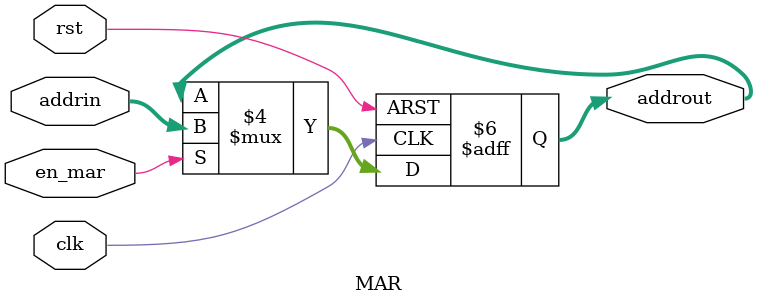
<source format=v>
`timescale 1ns / 1ps


module MAR(
clk,rst,addrin, addrout, en_mar
    );
    input clk, rst, en_mar;
    input [7:0] addrin;
    output  reg [7:0]addrout;
    
    always @ (posedge clk or negedge rst) begin
        if(!rst) begin
            addrout <= 16'b000000000000;
        end
        else begin
            if(en_mar==1) begin
                    addrout <= addrin;
                end
            end
        end
endmodule

</source>
